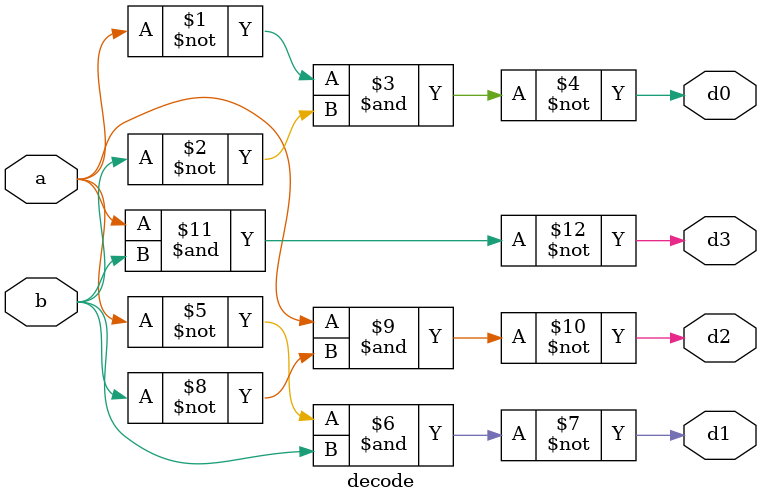
<source format=v>
`timescale 1ns / 1ps


module decode(
    input a,b,
    output d0,d1,d2,d3
    );
assign d0=~(~a&~b);
assign d1=~(~a&b);
assign d2=~(a&~b);
assign d3=~(a&b);
endmodule


</source>
